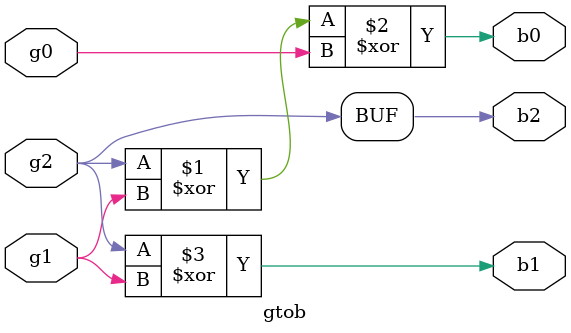
<source format=v>
module gtob(input g2,g1,g0, output b2,b1,b0);
  assign b0=g2^g1^g0;
  assign b1=g2^g1;
  assign b2=g2;
endmodule

</source>
